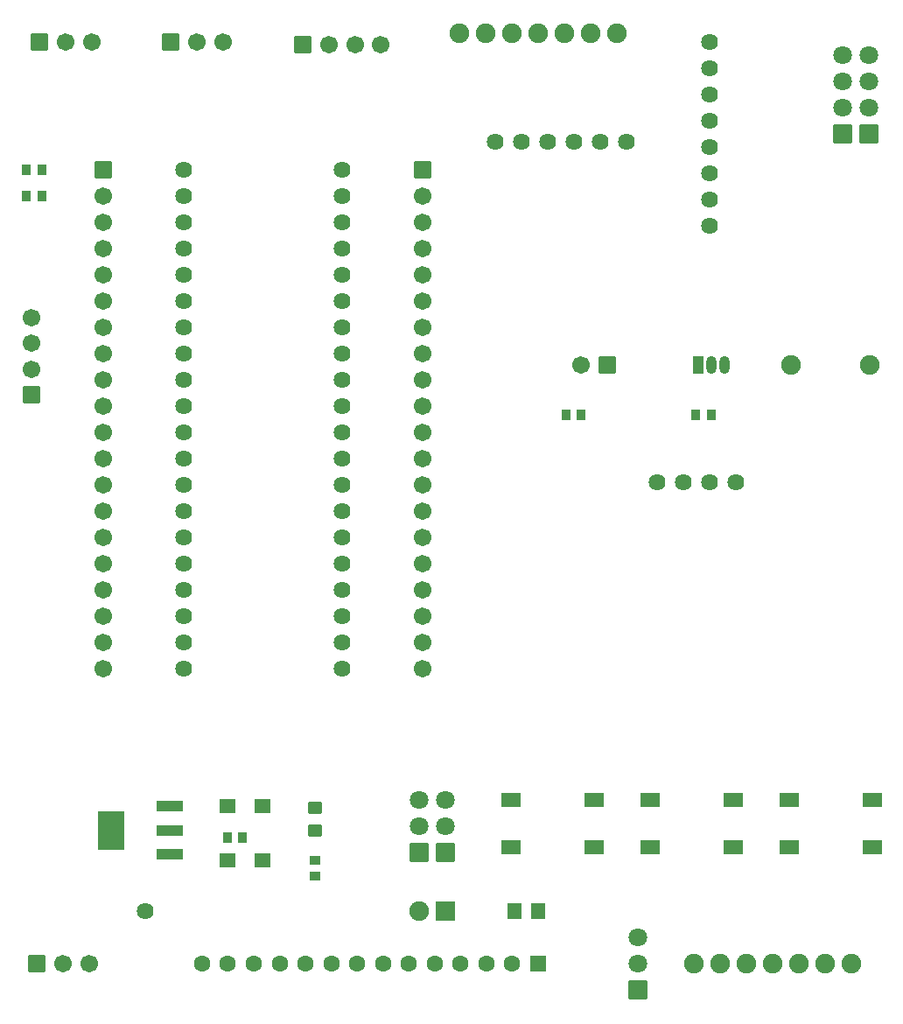
<source format=gts>
G04 Layer: TopSolderMaskLayer*
G04 EasyEDA Pro v2.2.40.8, 2025-08-04 00:28:17*
G04 Gerber Generator version 0.3*
G04 Scale: 100 percent, Rotated: No, Reflected: No*
G04 Dimensions in millimeters*
G04 Leading zeros omitted, absolute positions, 4 integers and 5 decimals*
G04 Generated by one-click*
%FSLAX45Y45*%
%MOMM*%
%AMRoundRect*1,1,$1,$2,$3*1,1,$1,$4,$5*1,1,$1,0-$2,0-$3*1,1,$1,0-$4,0-$5*20,1,$1,$2,$3,$4,$5,0*20,1,$1,$4,$5,0-$2,0-$3,0*20,1,$1,0-$2,0-$3,0-$4,0-$5,0*20,1,$1,0-$4,0-$5,$2,$3,0*4,1,4,$2,$3,$4,$5,0-$2,0-$3,0-$4,0-$5,$2,$3,0*%
%ADD10C,1.6256*%
%ADD11C,1.7016*%
%ADD12RoundRect,0.09562X-0.80299X-0.76499X-0.80299X0.76499*%
%ADD13RoundRect,0.09138X-0.40835X0.43711X0.40835X0.43711*%
%ADD14RoundRect,0.09588X-0.80286X0.80286X0.80286X0.80286*%
%ADD15RoundRect,0.09588X-0.80286X-0.80286X-0.80286X0.80286*%
%ADD16RoundRect,0.09288X-1.23936X0.49437X1.23936X0.49437*%
%ADD17RoundRect,0.09774X-1.23693X1.80193X1.23693X1.80193*%
%ADD18RoundRect,0.09131X-0.40514X0.45514X0.40514X0.45514*%
%ADD19RoundRect,0.1001X-0.75347X0.65147X0.75347X0.65147*%
%ADD20RoundRect,0.09507X-0.75347X0.65147X0.75347X0.65147*%
%ADD21RoundRect,0.09138X-0.43711X-0.40835X-0.43711X0.40835*%
%ADD22RoundRect,0.09302X-0.62929X-0.50429X-0.62929X0.50429*%
%ADD23RoundRect,0.09562X-0.76499X0.80299X0.76499X0.80299*%
%ADD24C,1.6*%
%ADD25RoundRect,0.09412X-0.75294X0.75294X0.75294X0.75294*%
%ADD26RoundRect,0.09618X-0.85271X-0.85271X-0.85271X0.85271*%
%ADD27C,1.8016*%
%ADD28C,1.9016*%
%ADD29RoundRect,0.09645X-0.90257X0.90257X0.90257X0.90257*%
%ADD30RoundRect,0.09489X-0.67085X0.75335X0.67085X0.75335*%
%ADD31RoundRect,0.09288X-0.90357X0.60357X0.90357X0.60357*%
%ADD32RoundRect,0.09224X-0.45468X0.80468X0.45468X0.80468*%
%ADD33O,1.0016X1.7016*%
G75*


G04 Pad Start*
G54D10*
G01X-2910105Y-4042401D03*
G54D11*
G01X-4015005Y1704704D03*
G01X-4015005Y1454692D03*
G01X-4015005Y1204705D03*
G54D12*
G01X-4015005Y954693D03*
G54D13*
G01X-4064942Y2879099D03*
G01X-3914269Y2879099D03*
G01X-4064942Y3133099D03*
G01X-3914269Y3133099D03*
G54D14*
G01X-3964205Y-4550376D03*
G54D11*
G01X-3710205Y-4550401D03*
G01X-3456205Y-4550401D03*
G54D14*
G01X-3938805Y4365011D03*
G54D11*
G01X-3684805Y4364986D03*
G01X-3430805Y4364986D03*
G01X-3316505Y-1692901D03*
G01X-3316505Y-1438901D03*
G01X-3316505Y-1184901D03*
G01X-3316505Y-930901D03*
G01X-3316505Y-676901D03*
G01X-3316505Y-422901D03*
G01X-3316505Y-168901D03*
G01X-3316505Y85099D03*
G01X-3316505Y339099D03*
G01X-3316505Y593099D03*
G01X-3316505Y847099D03*
G01X-3316505Y1101099D03*
G01X-3316505Y1355099D03*
G01X-3316505Y1609099D03*
G01X-3316505Y1863099D03*
G01X-3316505Y2117099D03*
G01X-3316505Y2371099D03*
G01X-3316505Y2625099D03*
G01X-3316505Y2879099D03*
G54D15*
G01X-3316505Y3133099D03*
G54D16*
G01X-2677416Y-3486395D03*
G01X-2677416Y-3256398D03*
G01X-2677416Y-3026401D03*
G54D17*
G01X-3244395Y-3256398D03*
G54D14*
G01X-2663675Y4365011D03*
G54D11*
G01X-2409675Y4364986D03*
G01X-2155675Y4364986D03*
G54D18*
G01X-1976503Y-3331201D03*
G01X-2116508Y-3331201D03*
G54D20*
G01X-2113536Y-3547101D03*
G01X-1776275Y-3547101D03*
G01X-2113536Y-3026401D03*
G01X-1776275Y-3026401D03*
G54D10*
G01X-2541805Y3133099D03*
G01X-2541805Y2879099D03*
G01X-2541805Y2625099D03*
G01X-2541805Y2371099D03*
G01X-2541805Y2117099D03*
G01X-2541805Y1863099D03*
G01X-2541805Y1609099D03*
G01X-2541805Y1355099D03*
G01X-2541805Y1101099D03*
G01X-2541805Y847099D03*
G01X-2541805Y593099D03*
G01X-2541805Y339099D03*
G01X-2541805Y85099D03*
G01X-2541805Y-168901D03*
G01X-2541805Y-422901D03*
G01X-2541805Y-676901D03*
G01X-2541805Y-930901D03*
G01X-2541805Y-1184901D03*
G01X-2541805Y-1438901D03*
G01X-2541805Y-1692901D03*
G01X-1011805Y3133099D03*
G01X-1011805Y2879099D03*
G01X-1011805Y2625099D03*
G01X-1011805Y2371099D03*
G01X-1011805Y2117099D03*
G01X-1011805Y1863099D03*
G01X-1011805Y1609099D03*
G01X-1011805Y1355099D03*
G01X-1011805Y1101099D03*
G01X-1011805Y847099D03*
G01X-1011805Y593099D03*
G01X-1011805Y339099D03*
G01X-1011805Y85099D03*
G01X-1011805Y-168901D03*
G01X-1011805Y-422901D03*
G01X-1011805Y-676901D03*
G01X-1011805Y-930901D03*
G01X-1011805Y-1184901D03*
G01X-1011805Y-1438901D03*
G01X-1011805Y-1692901D03*
G54D21*
G01X-1272205Y-3696263D03*
G01X-1272205Y-3545591D03*
G54D22*
G01X-1272205Y-3256029D03*
G01X-1272205Y-3036015D03*
G54D11*
G01X-635232Y4344412D03*
G01X-885244Y4344412D03*
G01X-1135231Y4344412D03*
G54D23*
G01X-1385243Y4344412D03*
G54D24*
G01X-363412Y-4550401D03*
G01X-113400Y-4550401D03*
G01X136587Y-4550401D03*
G01X386599Y-4550401D03*
G01X636586Y-4550401D03*
G54D25*
G01X886598Y-4550401D03*
G54D24*
G01X-613399Y-4550401D03*
G01X-863411Y-4550401D03*
G01X-1113398Y-4550401D03*
G01X-1363410Y-4550401D03*
G01X-1613397Y-4550401D03*
G01X-1863409Y-4550401D03*
G01X-2113396Y-4550401D03*
G01X-2363408Y-4550401D03*
G54D26*
G01X-259309Y-3475101D03*
G54D27*
G01X-259309Y-3221101D03*
G01X-259309Y-2967101D03*
G54D11*
G01X-230405Y-1692901D03*
G01X-230405Y-1438901D03*
G01X-230405Y-1184901D03*
G01X-230405Y-930901D03*
G01X-230405Y-676901D03*
G01X-230405Y-422901D03*
G01X-230405Y-168901D03*
G01X-230405Y85099D03*
G01X-230405Y339099D03*
G01X-230405Y593099D03*
G01X-230405Y847099D03*
G01X-230405Y1101099D03*
G01X-230405Y1355099D03*
G01X-230405Y1609099D03*
G01X-230405Y1863099D03*
G01X-230405Y2117099D03*
G01X-230405Y2371099D03*
G01X-230405Y2625099D03*
G01X-230405Y2879099D03*
G54D15*
G01X-230405Y3133099D03*
G54D28*
G01X-259305Y-4041101D03*
G54D29*
G01X-5305Y-4041101D03*
G54D26*
G01X-5305Y-3475101D03*
G54D27*
G01X-5305Y-3221101D03*
G01X-5305Y-2967101D03*
G54D30*
G01X886595Y-4041101D03*
G01X658096Y-4041101D03*
G54D28*
G01X125195Y4450012D03*
G01X379195Y4450012D03*
G01X633195Y4450012D03*
G01X887195Y4450012D03*
G01X1141195Y4450012D03*
G01X1395195Y4450012D03*
G01X1649195Y4450012D03*
G54D31*
G01X626908Y-2967101D03*
G01X626908Y-3417088D03*
G01X1426907Y-3417088D03*
G01X1426907Y-2967101D03*
G54D10*
G01X1743695Y3399799D03*
G01X1489695Y3399799D03*
G01X1235695Y3399799D03*
G01X981695Y3399799D03*
G01X727695Y3399799D03*
G01X473695Y3399799D03*
G54D13*
G01X1306295Y758199D03*
G01X1155622Y758199D03*
G54D14*
G01X1560295Y1240799D03*
G54D11*
G01X1306295Y1240799D03*
G54D26*
G01X1852395Y-4804401D03*
G54D27*
G01X1852395Y-4550401D03*
G01X1852395Y-4296401D03*
G54D31*
G01X1973108Y-2967101D03*
G01X1973108Y-3417088D03*
G01X2773107Y-3417088D03*
G01X2773107Y-2967101D03*
G54D10*
G01X2042895Y110499D03*
G01X2296895Y110499D03*
G01X2550895Y110499D03*
G01X2804895Y110499D03*
G54D13*
G01X2412922Y758199D03*
G01X2563595Y758199D03*
G54D32*
G01X2436595Y1240799D03*
G54D33*
G01X2563595Y1240799D03*
G01X2690595Y1240799D03*
G54D10*
G01X2550895Y4364999D03*
G01X2550895Y4110999D03*
G01X2550895Y3856999D03*
G01X2550895Y3602999D03*
G01X2550895Y3348999D03*
G01X2550895Y3094999D03*
G01X2550895Y2840999D03*
G01X2550895Y2586999D03*
G54D28*
G01X2398495Y-4550401D03*
G01X2652495Y-4550401D03*
G01X2906495Y-4550401D03*
G01X3160495Y-4550401D03*
G01X3414495Y-4550401D03*
G01X3668495Y-4550401D03*
G01X3922495Y-4550401D03*
G01X4099292Y1240799D03*
G01X3339298Y1240799D03*
G54D31*
G01X3319296Y-2967101D03*
G01X3319296Y-3417088D03*
G01X4119295Y-3417088D03*
G01X4119295Y-2967101D03*
G54D26*
G01X3833595Y3475999D03*
G54D27*
G01X3833595Y3729999D03*
G01X3833595Y3983999D03*
G01X3833595Y4237999D03*
G54D26*
G01X4087595Y3475999D03*
G54D27*
G01X4087595Y3729999D03*
G01X4087595Y3983999D03*
G01X4087595Y4237999D03*
G04 Pad End*

M02*


</source>
